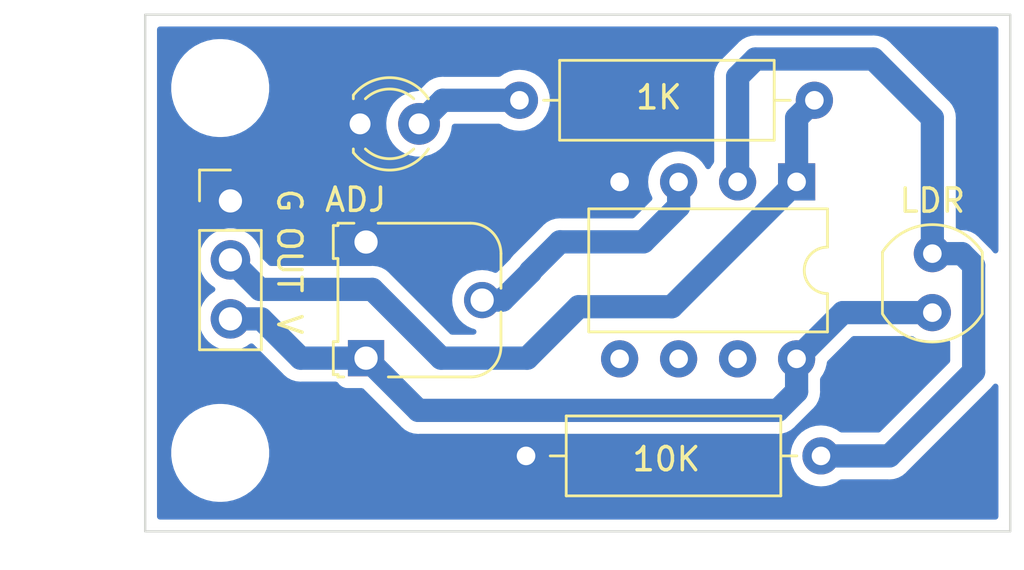
<source format=kicad_pcb>
(kicad_pcb (version 20211014) (generator pcbnew)
  (layers (0 "F.Cu" signal) (31 "B.Cu" signal) (34 "B.Paste" user) (35 "F.Paste" user) (36 "B.SilkS" user "B.Silkscreen") (37 "F.SilkS" user "F.Silkscreen") (38 "B.Mask" user) (39 "F.Mask" user) (44 "Edge.Cuts" user))
  (net 0 "")
  (net 1 "GND")
  (net 2 "Net-(D1-Pad2)")
  (net 3 "VCC")
  (net 4 "O{slash}P")
  (net 5 "Net-(R1-Pad2)")
  (net 6 "Net-(RV1-Pad2)")
  (footprint "MountingHole:MountingHole_3.2mm_M3" (layer "F.Cu") (at 26.23 27.16)
    (fp_text reference "REF**" hide)
    (fp_text value "MountingHole_3.2mm_M3")
    (pad "" np_thru_hole circle (at 0 0) (size 3.2 3.2) (drill 3.2) (layers *.Cu *.Mask))
  )
  (footprint "OptoDevice:R_LDR_4.9x4.2mm_P2.54mm_Vertical" (layer "F.Cu") (at 56.896 36.83 90)
    (fp_text reference "LDR" (at 4.826 0) (layer "F.SilkS"))
    (fp_text value "R_Photo")
    (fp_line (start -0.05 2.15) (end 2.6 2.15) (layer "F.SilkS") (width 0.12))
    (fp_line (start -0.05 -2.15) (end 2.6 -2.15) (layer "F.SilkS") (width 0.12))
    (fp_arc (start 2.6 -2.15) (mid 3.788646 -0.016616) (end 2.628027 2.132145) (layer "F.SilkS") (width 0.12))
    (fp_arc (start -0.05 2.15) (mid -1.262424 0.01494) (end -0.075476 -2.134388) (layer "F.SilkS") (width 0.12))
    (pad "1" thru_hole circle (at 0 0 90) (size 1.6 1.6) (drill 0.8) (layers *.Cu *.Mask) (net 3 "VCC"))
    (pad "2" thru_hole circle (at 2.54 0 90) (size 1.6 1.6) (drill 0.8) (layers *.Cu *.Mask) (net 5 "Net-(R1-Pad2)"))
  )
  (footprint "Connector_PinHeader_2.54mm:PinHeader_1x03_P2.54mm_Vertical" (layer "F.Cu") (at 26.67 32.019)
    (fp_text reference "J1" hide)
    (fp_text value "Conn_01x03_Male")
    (fp_line (start -1.33 6.41) (end 1.33 6.41) (layer "F.SilkS") (width 0.12))
    (fp_line (start -1.33 1.27) (end 1.33 1.27) (layer "F.SilkS") (width 0.12))
    (fp_line (start -1.33 1.27) (end -1.33 6.41) (layer "F.SilkS") (width 0.12))
    (fp_line (start 1.33 1.27) (end 1.33 6.41) (layer "F.SilkS") (width 0.12))
    (fp_line (start -1.33 -1.33) (end 0 -1.33) (layer "F.SilkS") (width 0.12))
    (fp_line (start -1.33 0) (end -1.33 -1.33) (layer "F.SilkS") (width 0.12))
    (pad "1" thru_hole rect (at 0 0) (size 1.7 1.7) (drill 1) (layers *.Cu *.Mask) (net 1 "GND"))
    (pad "2" thru_hole oval (at 0 2.54) (size 1.7 1.7) (drill 1) (layers *.Cu *.Mask) (net 4 "O{slash}P"))
    (pad "3" thru_hole oval (at 0 5.08) (size 1.7 1.7) (drill 1) (layers *.Cu *.Mask) (net 3 "VCC"))
  )
  (footprint "MountingHole:MountingHole_3.2mm_M3" (layer "F.Cu") (at 26.23 42.87)
    (fp_text reference "REF**" hide)
    (fp_text value "MountingHole_3.2mm_M3")
    (pad "" np_thru_hole circle (at 0 0) (size 3.2 3.2) (drill 3.2) (layers *.Cu *.Mask))
  )
  (footprint "Package_DIP:DIP-8_W7.62mm" (layer "F.Cu") (at 51.05 31.2 -90)
    (fp_text reference "U1" hide)
    (fp_text value "LM358")
    (fp_line (start 6.46 8.95) (end 6.46 -1.33) (layer "F.SilkS") (width 0.12))
    (fp_line (start 6.46 -1.33) (end 4.81 -1.33) (layer "F.SilkS") (width 0.12))
    (fp_line (start 1.16 8.95) (end 6.46 8.95) (layer "F.SilkS") (width 0.12))
    (fp_line (start 1.16 -1.33) (end 1.16 8.95) (layer "F.SilkS") (width 0.12))
    (fp_line (start 2.81 -1.33) (end 1.16 -1.33) (layer "F.SilkS") (width 0.12))
    (fp_arc (start 4.81 -1.33) (mid 3.81 -0.33) (end 2.81 -1.33) (layer "F.SilkS") (width 0.12))
    (pad "1" thru_hole rect (at 0 0 270) (size 1.6 1.6) (drill 0.8) (layers *.Cu *.Mask) (net 4 "O{slash}P"))
    (pad "2" thru_hole oval (at 0 2.54 270) (size 1.6 1.6) (drill 0.8) (layers *.Cu *.Mask) (net 5 "Net-(R1-Pad2)"))
    (pad "3" thru_hole oval (at 0 5.08 270) (size 1.6 1.6) (drill 0.8) (layers *.Cu *.Mask) (net 6 "Net-(RV1-Pad2)"))
    (pad "4" thru_hole oval (at 0 7.62 270) (size 1.6 1.6) (drill 0.8) (layers *.Cu *.Mask) (net 1 "GND"))
    (pad "5" thru_hole oval (at 7.62 7.62 270) (size 1.6 1.6) (drill 0.8) (layers *.Cu *.Mask))
    (pad "6" thru_hole oval (at 7.62 5.08 270) (size 1.6 1.6) (drill 0.8) (layers *.Cu *.Mask))
    (pad "7" thru_hole oval (at 7.62 2.54 270) (size 1.6 1.6) (drill 0.8) (layers *.Cu *.Mask))
    (pad "8" thru_hole oval (at 7.62 0 270) (size 1.6 1.6) (drill 0.8) (layers *.Cu *.Mask) (net 3 "VCC"))
  )
  (footprint "Potentiometer_THT:Potentiometer_Runtron_RM-065_Vertical" (layer "F.Cu") (at 32.51 38.79 90)
    (fp_text reference "ADJ" (at 6.82 -0.45 180) (layer "F.SilkS"))
    (fp_text value "R_Potentiometer")
    (fp_line (start 4.29 -1.41) (end 5.71 -1.41) (layer "F.SilkS") (width 0.12))
    (fp_line (start 0.71 -1.21) (end 4.29 -1.21) (layer "F.SilkS") (width 0.12))
    (fp_line (start -0.71 -1.41) (end 0.71 -1.41) (layer "F.SilkS") (width 0.12))
    (fp_line (start 1.99 5.81) (end 0.5 5.81) (layer "F.SilkS") (width 0.12))
    (fp_line (start 4.29 -1.21) (end 4.29 -1.41) (layer "F.SilkS") (width 0.12))
    (fp_line (start 5.71 -1.41) (end 5.71 -1.21) (layer "F.SilkS") (width 0.12))
    (fp_line (start -0.81 4.5) (end -0.81 0.96) (layer "F.SilkS") (width 0.12))
    (fp_line (start -0.71 -1.41) (end -0.71 -1.21) (layer "F.SilkS") (width 0.12))
    (fp_line (start 5.81 0.52) (end 5.81 4.5) (layer "F.SilkS") (width 0.12))
    (fp_line (start -0.71 -1.21) (end -0.81 -1.21) (layer "F.SilkS") (width 0.12))
    (fp_line (start 4.5 5.81) (end 3.01 5.81) (layer "F.SilkS") (width 0.12))
    (fp_line (start -0.81 -1.21) (end -0.81 -0.96) (layer "F.SilkS") (width 0.12))
    (fp_line (start 5.71 -1.21) (end 5.81 -1.21) (layer "F.SilkS") (width 0.12))
    (fp_line (start 5.81 -1.21) (end 5.81 -0.52) (layer "F.SilkS") (width 0.12))
    (fp_line (start 0.71 -1.21) (end 0.71 -1.41) (layer "F.SilkS") (width 0.12))
    (fp_arc (start 0.5 5.81) (mid -0.42631 5.42631) (end -0.81 4.5) (layer "F.SilkS") (width 0.12))
    (fp_arc (start 5.81 4.5) (mid 5.42631 5.42631) (end 4.5 5.81) (layer "F.SilkS") (width 0.12))
    (pad "1" thru_hole rect (at 0 0 90) (size 1.56 1.56) (drill 1) (layers *.Cu *.Mask) (net 3 "VCC"))
    (pad "2" thru_hole circle (at 2.5 5 90) (size 1.56 1.56) (drill 1) (layers *.Cu *.Mask) (net 6 "Net-(RV1-Pad2)"))
    (pad "3" thru_hole circle (at 5 0 90) (size 1.56 1.56) (drill 1) (layers *.Cu *.Mask) (net 1 "GND"))
  )
  (footprint "Resistor_THT:R_Axial_DIN0309_L9.0mm_D3.2mm_P12.70mm_Horizontal" (layer "F.Cu") (at 52.1 43 180)
    (fp_text reference "10K" (at 6.66 -0.14) (layer "F.SilkS"))
    (fp_text value "R")
    (fp_line (start 11.66 0) (end 10.97 0) (layer "F.SilkS") (width 0.12))
    (fp_line (start 1.73 -1.72) (end 1.73 1.72) (layer "F.SilkS") (width 0.12))
    (fp_line (start 10.97 -1.72) (end 1.73 -1.72) (layer "F.SilkS") (width 0.12))
    (fp_line (start 10.97 1.72) (end 10.97 -1.72) (layer "F.SilkS") (width 0.12))
    (fp_line (start 1.04 0) (end 1.73 0) (layer "F.SilkS") (width 0.12))
    (fp_line (start 1.73 1.72) (end 10.97 1.72) (layer "F.SilkS") (width 0.12))
    (pad "1" thru_hole circle (at 0 0 180) (size 1.6 1.6) (drill 0.8) (layers *.Cu *.Mask) (net 5 "Net-(R1-Pad2)"))
    (pad "2" thru_hole oval (at 12.7 0 180) (size 1.6 1.6) (drill 0.8) (layers *.Cu *.Mask) (net 1 "GND"))
  )
  (footprint "Resistor_THT:R_Axial_DIN0309_L9.0mm_D3.2mm_P12.70mm_Horizontal" (layer "F.Cu") (at 51.816 27.686 180)
    (fp_text reference "1K" (at 6.696 0.126) (layer "F.SilkS"))
    (fp_text value "R")
    (fp_line (start 10.97 -1.72) (end 1.73 -1.72) (layer "F.SilkS") (width 0.12))
    (fp_line (start 1.73 1.72) (end 10.97 1.72) (layer "F.SilkS") (width 0.12))
    (fp_line (start 1.73 -1.72) (end 1.73 1.72) (layer "F.SilkS") (width 0.12))
    (fp_line (start 11.66 0) (end 10.97 0) (layer "F.SilkS") (width 0.12))
    (fp_line (start 10.97 1.72) (end 10.97 -1.72) (layer "F.SilkS") (width 0.12))
    (fp_line (start 1.04 0) (end 1.73 0) (layer "F.SilkS") (width 0.12))
    (pad "1" thru_hole circle (at 0 0 180) (size 1.6 1.6) (drill 0.8) (layers *.Cu *.Mask) (net 4 "O{slash}P"))
    (pad "2" thru_hole oval (at 12.7 0 180) (size 1.6 1.6) (drill 0.8) (layers *.Cu *.Mask) (net 2 "Net-(D1-Pad2)"))
  )
  (footprint "LED_THT:LED_D3.0mm" (layer "F.Cu") (at 32.253 28.702)
    (fp_text reference "D1" hide)
    (fp_text value "LED")
    (fp_line (start -0.29 -1.236) (end -0.29 -1.08) (layer "F.SilkS") (width 0.12))
    (fp_line (start -0.29 1.08) (end -0.29 1.236) (layer "F.SilkS") (width 0.12))
    (fp_arc (start 0.229039 -1.08) (mid 1.270117 -1.5) (end 2.31113 -1.079837) (layer "F.SilkS") (width 0.12))
    (fp_arc (start 2.942335 1.078608) (mid 1.366487 1.987659) (end -0.29 1.235516) (layer "F.SilkS") (width 0.12))
    (fp_arc (start 2.31113 1.079837) (mid 1.270117 1.5) (end 0.229039 1.08) (layer "F.SilkS") (width 0.12))
    (fp_arc (start -0.29 -1.235516) (mid 1.366487 -1.987659) (end 2.942335 -1.078608) (layer "F.SilkS") (width 0.12))
    (pad "1" thru_hole rect (at 0 0) (size 1.8 1.8) (drill 0.9) (layers *.Cu *.Mask) (net 1 "GND"))
    (pad "2" thru_hole circle (at 2.54 0) (size 1.8 1.8) (drill 0.9) (layers *.Cu *.Mask) (net 2 "Net-(D1-Pad2)"))
  )
  (gr_rect (start 23 24) (end 60.25 46.25) (layer "Edge.Cuts") (width 0.1) (fill none))
  (gr_text "V" (at 29.21 37.338 270) (layer "F.SilkS") (effects (font (size 1 1))))
  (gr_text "G" (at 29.21 32.004 270) (layer "F.SilkS") (effects (font (size 1 1))))
  (gr_text "OUT" (at 29.21 34.544 270) (layer "F.SilkS") (effects (font (size 1 1))))
  (segment (start 35.809 27.686) (end 34.793 28.702) (width 1) (layer "B.Cu") (net 2))
  (segment (start 39.116 27.686) (end 35.809 27.686) (width 1) (layer "B.Cu") (net 2))
  (segment (start 51.05 38.82) (end 51.05 40.23) (width 1) (layer "B.Cu") (net 3))
  (segment (start 34.76 41.04) (end 32.51 38.79) (width 1) (layer "B.Cu") (net 3))
  (segment (start 51.05 40.23) (end 50.24 41.04) (width 1) (layer "B.Cu") (net 3))
  (segment (start 50.24 41.04) (end 34.76 41.04) (width 1) (layer "B.Cu") (net 3))
  (segment (start 32.51 38.79) (end 29.69 38.79) (width 1) (layer "B.Cu") (net 3))
  (segment (start 53.04 36.83) (end 51.05 38.82) (width 1) (layer "B.Cu") (net 3))
  (segment (start 29.69 38.79) (end 27.999 37.099) (width 1) (layer "B.Cu") (net 3))
  (segment (start 56.896 36.83) (end 53.04 36.83) (width 1) (layer "B.Cu") (net 3))
  (segment (start 27.999 37.099) (end 26.67 37.099) (width 1) (layer "B.Cu") (net 3))
  (segment (start 32.782 35.83) (end 27.941 35.83) (width 1) (layer "B.Cu") (net 4))
  (segment (start 51.05 31.2) (end 45.674 36.576) (width 1) (layer "B.Cu") (net 4))
  (segment (start 27.941 35.83) (end 26.67 34.559) (width 1) (layer "B.Cu") (net 4))
  (segment (start 41.664 36.576) (end 39.45 38.79) (width 1) (layer "B.Cu") (net 4))
  (segment (start 35.742 38.79) (end 32.782 35.83) (width 1) (layer "B.Cu") (net 4))
  (segment (start 51.05 28.452) (end 51.816 27.686) (width 1) (layer "B.Cu") (net 4))
  (segment (start 45.674 36.576) (end 41.664 36.576) (width 1) (layer "B.Cu") (net 4))
  (segment (start 51.05 31.2) (end 51.05 28.452) (width 1) (layer "B.Cu") (net 4))
  (segment (start 39.45 38.79) (end 35.742 38.79) (width 1) (layer "B.Cu") (net 4))
  (segment (start 58.674 39.37) (end 58.674 34.798) (width 1) (layer "B.Cu") (net 5))
  (segment (start 58.166 34.29) (end 56.896 34.29) (width 1) (layer "B.Cu") (net 5))
  (segment (start 56.896 34.29) (end 56.896 28.448) (width 1) (layer "B.Cu") (net 5))
  (segment (start 54.356 25.908) (end 49.276 25.908) (width 1) (layer "B.Cu") (net 5))
  (segment (start 58.674 34.798) (end 58.166 34.29) (width 1) (layer "B.Cu") (net 5))
  (segment (start 52.1 43) (end 55.044 43) (width 1) (layer "B.Cu") (net 5))
  (segment (start 56.896 28.448) (end 54.356 25.908) (width 1) (layer "B.Cu") (net 5))
  (segment (start 48.51 26.674) (end 48.51 31.2) (width 1) (layer "B.Cu") (net 5))
  (segment (start 55.044 43) (end 58.674 39.37) (width 1) (layer "B.Cu") (net 5))
  (segment (start 49.276 25.908) (end 48.51 26.674) (width 1) (layer "B.Cu") (net 5))
  (segment (start 44.45 33.782) (end 45.97 32.262) (width 1) (layer "B.Cu") (net 6))
  (segment (start 45.97 32.262) (end 45.97 31.2) (width 1) (layer "B.Cu") (net 6))
  (segment (start 40.86 33.782) (end 44.45 33.782) (width 1) (layer "B.Cu") (net 6))
  (segment (start 39.59 35.09) (end 39.59 35.052) (width 1) (layer "B.Cu") (net 6))
  (segment (start 37.51 36.29) (end 38.39 36.29) (width 1) (layer "B.Cu") (net 6))
  (segment (start 38.39 36.29) (end 39.59 35.09) (width 1) (layer "B.Cu") (net 6))
  (segment (start 39.59 35.052) (end 40.86 33.782) (width 1) (layer "B.Cu") (net 6))
  (zone (net 1) (net_name "GND") (layer "B.Cu") (connect_pads yes (clearance 0.508)) (min_thickness 0.254) (fill yes (thermal_gap 0.508) (thermal_bridge_width 0.508))
    (polygon (pts (xy 60.706 47.752) (xy 21.59 47.752) (xy 21.59 23.368) (xy 60.706 23.368)))
  )
)
</source>
